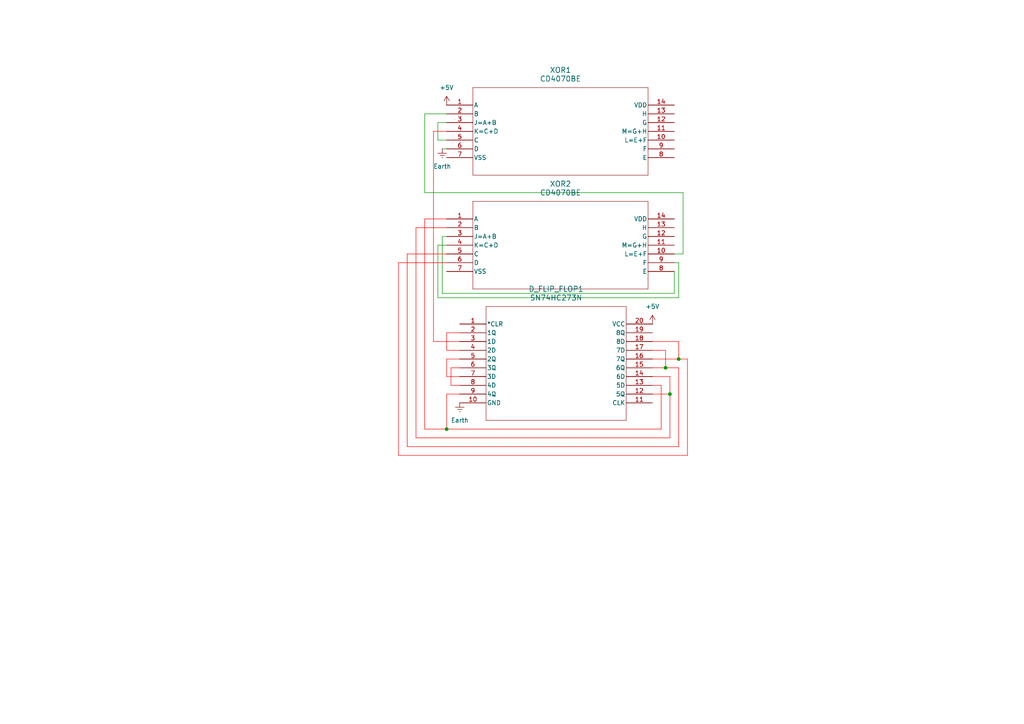
<source format=kicad_sch>
(kicad_sch
	(version 20231120)
	(generator "eeschema")
	(generator_version "8.0")
	(uuid "5382f79c-5391-422b-9836-c531a91b711f")
	(paper "A4")
	(lib_symbols
		(symbol "CD4070BE:CD4070BE"
			(pin_names
				(offset 0.254)
			)
			(exclude_from_sim no)
			(in_bom yes)
			(on_board yes)
			(property "Reference" "U"
				(at 33.02 10.16 0)
				(effects
					(font
						(size 1.524 1.524)
					)
				)
			)
			(property "Value" "CD4070BE"
				(at 33.02 7.62 0)
				(effects
					(font
						(size 1.524 1.524)
					)
				)
			)
			(property "Footprint" "N14"
				(at 0 0 0)
				(effects
					(font
						(size 1.27 1.27)
						(italic yes)
					)
					(hide yes)
				)
			)
			(property "Datasheet" "CD4070BE"
				(at 0 0 0)
				(effects
					(font
						(size 1.27 1.27)
						(italic yes)
					)
					(hide yes)
				)
			)
			(property "Description" ""
				(at 0 0 0)
				(effects
					(font
						(size 1.27 1.27)
					)
					(hide yes)
				)
			)
			(property "ki_locked" ""
				(at 0 0 0)
				(effects
					(font
						(size 1.27 1.27)
					)
				)
			)
			(property "ki_keywords" "CD4070BE"
				(at 0 0 0)
				(effects
					(font
						(size 1.27 1.27)
					)
					(hide yes)
				)
			)
			(property "ki_fp_filters" "N14"
				(at 0 0 0)
				(effects
					(font
						(size 1.27 1.27)
					)
					(hide yes)
				)
			)
			(symbol "CD4070BE_0_1"
				(polyline
					(pts
						(xy 7.62 -20.32) (xy 58.42 -20.32)
					)
					(stroke
						(width 0.127)
						(type default)
					)
					(fill
						(type none)
					)
				)
				(polyline
					(pts
						(xy 7.62 5.08) (xy 7.62 -20.32)
					)
					(stroke
						(width 0.127)
						(type default)
					)
					(fill
						(type none)
					)
				)
				(polyline
					(pts
						(xy 58.42 -20.32) (xy 58.42 5.08)
					)
					(stroke
						(width 0.127)
						(type default)
					)
					(fill
						(type none)
					)
				)
				(polyline
					(pts
						(xy 58.42 5.08) (xy 7.62 5.08)
					)
					(stroke
						(width 0.127)
						(type default)
					)
					(fill
						(type none)
					)
				)
				(pin unspecified line
					(at 0 0 0)
					(length 7.62)
					(name "A"
						(effects
							(font
								(size 1.27 1.27)
							)
						)
					)
					(number "1"
						(effects
							(font
								(size 1.27 1.27)
							)
						)
					)
				)
				(pin unspecified line
					(at 66.04 -10.16 180)
					(length 7.62)
					(name "L=E+F"
						(effects
							(font
								(size 1.27 1.27)
							)
						)
					)
					(number "10"
						(effects
							(font
								(size 1.27 1.27)
							)
						)
					)
				)
				(pin unspecified line
					(at 66.04 -7.62 180)
					(length 7.62)
					(name "M=G+H"
						(effects
							(font
								(size 1.27 1.27)
							)
						)
					)
					(number "11"
						(effects
							(font
								(size 1.27 1.27)
							)
						)
					)
				)
				(pin unspecified line
					(at 66.04 -5.08 180)
					(length 7.62)
					(name "G"
						(effects
							(font
								(size 1.27 1.27)
							)
						)
					)
					(number "12"
						(effects
							(font
								(size 1.27 1.27)
							)
						)
					)
				)
				(pin unspecified line
					(at 66.04 -2.54 180)
					(length 7.62)
					(name "H"
						(effects
							(font
								(size 1.27 1.27)
							)
						)
					)
					(number "13"
						(effects
							(font
								(size 1.27 1.27)
							)
						)
					)
				)
				(pin power_in line
					(at 66.04 0 180)
					(length 7.62)
					(name "VDD"
						(effects
							(font
								(size 1.27 1.27)
							)
						)
					)
					(number "14"
						(effects
							(font
								(size 1.27 1.27)
							)
						)
					)
				)
				(pin unspecified line
					(at 0 -2.54 0)
					(length 7.62)
					(name "B"
						(effects
							(font
								(size 1.27 1.27)
							)
						)
					)
					(number "2"
						(effects
							(font
								(size 1.27 1.27)
							)
						)
					)
				)
				(pin unspecified line
					(at 0 -5.08 0)
					(length 7.62)
					(name "J=A+B"
						(effects
							(font
								(size 1.27 1.27)
							)
						)
					)
					(number "3"
						(effects
							(font
								(size 1.27 1.27)
							)
						)
					)
				)
				(pin unspecified line
					(at 0 -7.62 0)
					(length 7.62)
					(name "K=C+D"
						(effects
							(font
								(size 1.27 1.27)
							)
						)
					)
					(number "4"
						(effects
							(font
								(size 1.27 1.27)
							)
						)
					)
				)
				(pin unspecified line
					(at 0 -10.16 0)
					(length 7.62)
					(name "C"
						(effects
							(font
								(size 1.27 1.27)
							)
						)
					)
					(number "5"
						(effects
							(font
								(size 1.27 1.27)
							)
						)
					)
				)
				(pin unspecified line
					(at 0 -12.7 0)
					(length 7.62)
					(name "D"
						(effects
							(font
								(size 1.27 1.27)
							)
						)
					)
					(number "6"
						(effects
							(font
								(size 1.27 1.27)
							)
						)
					)
				)
				(pin power_in line
					(at 0 -15.24 0)
					(length 7.62)
					(name "VSS"
						(effects
							(font
								(size 1.27 1.27)
							)
						)
					)
					(number "7"
						(effects
							(font
								(size 1.27 1.27)
							)
						)
					)
				)
				(pin unspecified line
					(at 66.04 -15.24 180)
					(length 7.62)
					(name "E"
						(effects
							(font
								(size 1.27 1.27)
							)
						)
					)
					(number "8"
						(effects
							(font
								(size 1.27 1.27)
							)
						)
					)
				)
				(pin unspecified line
					(at 66.04 -12.7 180)
					(length 7.62)
					(name "F"
						(effects
							(font
								(size 1.27 1.27)
							)
						)
					)
					(number "9"
						(effects
							(font
								(size 1.27 1.27)
							)
						)
					)
				)
			)
		)
		(symbol "SN74HC273N:SN74HC273N"
			(pin_names
				(offset 0.254)
			)
			(exclude_from_sim no)
			(in_bom yes)
			(on_board yes)
			(property "Reference" "U"
				(at 27.94 10.16 0)
				(effects
					(font
						(size 1.524 1.524)
					)
				)
			)
			(property "Value" "SN74HC273N"
				(at 27.94 7.62 0)
				(effects
					(font
						(size 1.524 1.524)
					)
				)
			)
			(property "Footprint" "N20"
				(at 0 0 0)
				(effects
					(font
						(size 1.27 1.27)
						(italic yes)
					)
					(hide yes)
				)
			)
			(property "Datasheet" "SN74HC273N"
				(at 0 0 0)
				(effects
					(font
						(size 1.27 1.27)
						(italic yes)
					)
					(hide yes)
				)
			)
			(property "Description" ""
				(at 0 0 0)
				(effects
					(font
						(size 1.27 1.27)
					)
					(hide yes)
				)
			)
			(property "ki_locked" ""
				(at 0 0 0)
				(effects
					(font
						(size 1.27 1.27)
					)
				)
			)
			(property "ki_keywords" "SN74HC273N"
				(at 0 0 0)
				(effects
					(font
						(size 1.27 1.27)
					)
					(hide yes)
				)
			)
			(property "ki_fp_filters" "N20"
				(at 0 0 0)
				(effects
					(font
						(size 1.27 1.27)
					)
					(hide yes)
				)
			)
			(symbol "SN74HC273N_0_1"
				(polyline
					(pts
						(xy 7.62 -27.94) (xy 48.26 -27.94)
					)
					(stroke
						(width 0.127)
						(type default)
					)
					(fill
						(type none)
					)
				)
				(polyline
					(pts
						(xy 7.62 5.08) (xy 7.62 -27.94)
					)
					(stroke
						(width 0.127)
						(type default)
					)
					(fill
						(type none)
					)
				)
				(polyline
					(pts
						(xy 48.26 -27.94) (xy 48.26 5.08)
					)
					(stroke
						(width 0.127)
						(type default)
					)
					(fill
						(type none)
					)
				)
				(polyline
					(pts
						(xy 48.26 5.08) (xy 7.62 5.08)
					)
					(stroke
						(width 0.127)
						(type default)
					)
					(fill
						(type none)
					)
				)
				(pin input line
					(at 0 0 0)
					(length 7.62)
					(name "*CLR"
						(effects
							(font
								(size 1.27 1.27)
							)
						)
					)
					(number "1"
						(effects
							(font
								(size 1.27 1.27)
							)
						)
					)
				)
				(pin power_in line
					(at 0 -22.86 0)
					(length 7.62)
					(name "GND"
						(effects
							(font
								(size 1.27 1.27)
							)
						)
					)
					(number "10"
						(effects
							(font
								(size 1.27 1.27)
							)
						)
					)
				)
				(pin input line
					(at 55.88 -22.86 180)
					(length 7.62)
					(name "CLK"
						(effects
							(font
								(size 1.27 1.27)
							)
						)
					)
					(number "11"
						(effects
							(font
								(size 1.27 1.27)
							)
						)
					)
				)
				(pin output line
					(at 55.88 -20.32 180)
					(length 7.62)
					(name "5Q"
						(effects
							(font
								(size 1.27 1.27)
							)
						)
					)
					(number "12"
						(effects
							(font
								(size 1.27 1.27)
							)
						)
					)
				)
				(pin input line
					(at 55.88 -17.78 180)
					(length 7.62)
					(name "5D"
						(effects
							(font
								(size 1.27 1.27)
							)
						)
					)
					(number "13"
						(effects
							(font
								(size 1.27 1.27)
							)
						)
					)
				)
				(pin input line
					(at 55.88 -15.24 180)
					(length 7.62)
					(name "6D"
						(effects
							(font
								(size 1.27 1.27)
							)
						)
					)
					(number "14"
						(effects
							(font
								(size 1.27 1.27)
							)
						)
					)
				)
				(pin output line
					(at 55.88 -12.7 180)
					(length 7.62)
					(name "6Q"
						(effects
							(font
								(size 1.27 1.27)
							)
						)
					)
					(number "15"
						(effects
							(font
								(size 1.27 1.27)
							)
						)
					)
				)
				(pin output line
					(at 55.88 -10.16 180)
					(length 7.62)
					(name "7Q"
						(effects
							(font
								(size 1.27 1.27)
							)
						)
					)
					(number "16"
						(effects
							(font
								(size 1.27 1.27)
							)
						)
					)
				)
				(pin input line
					(at 55.88 -7.62 180)
					(length 7.62)
					(name "7D"
						(effects
							(font
								(size 1.27 1.27)
							)
						)
					)
					(number "17"
						(effects
							(font
								(size 1.27 1.27)
							)
						)
					)
				)
				(pin input line
					(at 55.88 -5.08 180)
					(length 7.62)
					(name "8D"
						(effects
							(font
								(size 1.27 1.27)
							)
						)
					)
					(number "18"
						(effects
							(font
								(size 1.27 1.27)
							)
						)
					)
				)
				(pin output line
					(at 55.88 -2.54 180)
					(length 7.62)
					(name "8Q"
						(effects
							(font
								(size 1.27 1.27)
							)
						)
					)
					(number "19"
						(effects
							(font
								(size 1.27 1.27)
							)
						)
					)
				)
				(pin output line
					(at 0 -2.54 0)
					(length 7.62)
					(name "1Q"
						(effects
							(font
								(size 1.27 1.27)
							)
						)
					)
					(number "2"
						(effects
							(font
								(size 1.27 1.27)
							)
						)
					)
				)
				(pin power_in line
					(at 55.88 0 180)
					(length 7.62)
					(name "VCC"
						(effects
							(font
								(size 1.27 1.27)
							)
						)
					)
					(number "20"
						(effects
							(font
								(size 1.27 1.27)
							)
						)
					)
				)
				(pin input line
					(at 0 -5.08 0)
					(length 7.62)
					(name "1D"
						(effects
							(font
								(size 1.27 1.27)
							)
						)
					)
					(number "3"
						(effects
							(font
								(size 1.27 1.27)
							)
						)
					)
				)
				(pin input line
					(at 0 -7.62 0)
					(length 7.62)
					(name "2D"
						(effects
							(font
								(size 1.27 1.27)
							)
						)
					)
					(number "4"
						(effects
							(font
								(size 1.27 1.27)
							)
						)
					)
				)
				(pin output line
					(at 0 -10.16 0)
					(length 7.62)
					(name "2Q"
						(effects
							(font
								(size 1.27 1.27)
							)
						)
					)
					(number "5"
						(effects
							(font
								(size 1.27 1.27)
							)
						)
					)
				)
				(pin output line
					(at 0 -12.7 0)
					(length 7.62)
					(name "3Q"
						(effects
							(font
								(size 1.27 1.27)
							)
						)
					)
					(number "6"
						(effects
							(font
								(size 1.27 1.27)
							)
						)
					)
				)
				(pin input line
					(at 0 -15.24 0)
					(length 7.62)
					(name "3D"
						(effects
							(font
								(size 1.27 1.27)
							)
						)
					)
					(number "7"
						(effects
							(font
								(size 1.27 1.27)
							)
						)
					)
				)
				(pin input line
					(at 0 -17.78 0)
					(length 7.62)
					(name "4D"
						(effects
							(font
								(size 1.27 1.27)
							)
						)
					)
					(number "8"
						(effects
							(font
								(size 1.27 1.27)
							)
						)
					)
				)
				(pin output line
					(at 0 -20.32 0)
					(length 7.62)
					(name "4Q"
						(effects
							(font
								(size 1.27 1.27)
							)
						)
					)
					(number "9"
						(effects
							(font
								(size 1.27 1.27)
							)
						)
					)
				)
			)
		)
		(symbol "power:+5V"
			(power)
			(pin_numbers hide)
			(pin_names
				(offset 0) hide)
			(exclude_from_sim no)
			(in_bom yes)
			(on_board yes)
			(property "Reference" "#PWR"
				(at 0 -3.81 0)
				(effects
					(font
						(size 1.27 1.27)
					)
					(hide yes)
				)
			)
			(property "Value" "+5V"
				(at 0 3.556 0)
				(effects
					(font
						(size 1.27 1.27)
					)
				)
			)
			(property "Footprint" ""
				(at 0 0 0)
				(effects
					(font
						(size 1.27 1.27)
					)
					(hide yes)
				)
			)
			(property "Datasheet" ""
				(at 0 0 0)
				(effects
					(font
						(size 1.27 1.27)
					)
					(hide yes)
				)
			)
			(property "Description" "Power symbol creates a global label with name \"+5V\""
				(at 0 0 0)
				(effects
					(font
						(size 1.27 1.27)
					)
					(hide yes)
				)
			)
			(property "ki_keywords" "global power"
				(at 0 0 0)
				(effects
					(font
						(size 1.27 1.27)
					)
					(hide yes)
				)
			)
			(symbol "+5V_0_1"
				(polyline
					(pts
						(xy -0.762 1.27) (xy 0 2.54)
					)
					(stroke
						(width 0)
						(type default)
					)
					(fill
						(type none)
					)
				)
				(polyline
					(pts
						(xy 0 0) (xy 0 2.54)
					)
					(stroke
						(width 0)
						(type default)
					)
					(fill
						(type none)
					)
				)
				(polyline
					(pts
						(xy 0 2.54) (xy 0.762 1.27)
					)
					(stroke
						(width 0)
						(type default)
					)
					(fill
						(type none)
					)
				)
			)
			(symbol "+5V_1_1"
				(pin power_in line
					(at 0 0 90)
					(length 0)
					(name "~"
						(effects
							(font
								(size 1.27 1.27)
							)
						)
					)
					(number "1"
						(effects
							(font
								(size 1.27 1.27)
							)
						)
					)
				)
			)
		)
		(symbol "power:Earth"
			(power)
			(pin_numbers hide)
			(pin_names
				(offset 0) hide)
			(exclude_from_sim no)
			(in_bom yes)
			(on_board yes)
			(property "Reference" "#PWR"
				(at 0 -6.35 0)
				(effects
					(font
						(size 1.27 1.27)
					)
					(hide yes)
				)
			)
			(property "Value" "Earth"
				(at 0 -3.81 0)
				(effects
					(font
						(size 1.27 1.27)
					)
				)
			)
			(property "Footprint" ""
				(at 0 0 0)
				(effects
					(font
						(size 1.27 1.27)
					)
					(hide yes)
				)
			)
			(property "Datasheet" "~"
				(at 0 0 0)
				(effects
					(font
						(size 1.27 1.27)
					)
					(hide yes)
				)
			)
			(property "Description" "Power symbol creates a global label with name \"Earth\""
				(at 0 0 0)
				(effects
					(font
						(size 1.27 1.27)
					)
					(hide yes)
				)
			)
			(property "ki_keywords" "global ground gnd"
				(at 0 0 0)
				(effects
					(font
						(size 1.27 1.27)
					)
					(hide yes)
				)
			)
			(symbol "Earth_0_1"
				(polyline
					(pts
						(xy -0.635 -1.905) (xy 0.635 -1.905)
					)
					(stroke
						(width 0)
						(type default)
					)
					(fill
						(type none)
					)
				)
				(polyline
					(pts
						(xy -0.127 -2.54) (xy 0.127 -2.54)
					)
					(stroke
						(width 0)
						(type default)
					)
					(fill
						(type none)
					)
				)
				(polyline
					(pts
						(xy 0 -1.27) (xy 0 0)
					)
					(stroke
						(width 0)
						(type default)
					)
					(fill
						(type none)
					)
				)
				(polyline
					(pts
						(xy 1.27 -1.27) (xy -1.27 -1.27)
					)
					(stroke
						(width 0)
						(type default)
					)
					(fill
						(type none)
					)
				)
			)
			(symbol "Earth_1_1"
				(pin power_in line
					(at 0 0 270)
					(length 0)
					(name "~"
						(effects
							(font
								(size 1.27 1.27)
							)
						)
					)
					(number "1"
						(effects
							(font
								(size 1.27 1.27)
							)
						)
					)
				)
			)
		)
	)
	(junction
		(at 194.31 114.3)
		(diameter 0)
		(color 0 0 0 0)
		(uuid "2e6d5746-2380-4e50-b3bc-7415431f9e11")
	)
	(junction
		(at 193.04 106.68)
		(diameter 0)
		(color 0 0 0 0)
		(uuid "9321a069-e97f-4f37-ae7e-af33f85cbb8b")
	)
	(junction
		(at 196.85 104.14)
		(diameter 0)
		(color 0 0 0 0)
		(uuid "a4da7bc5-3976-4f20-aa47-4c402c423f27")
	)
	(junction
		(at 129.54 124.46)
		(diameter 0)
		(color 0 0 0 0)
		(uuid "f1cac097-2ba3-49e6-9aea-6b73ed37a8da")
	)
	(wire
		(pts
			(xy 189.23 104.14) (xy 196.85 104.14)
		)
		(stroke
			(width 0)
			(type default)
			(color 255 0 0 1)
		)
		(uuid "01665489-92ff-4671-a452-3ab11afaa7f0")
	)
	(wire
		(pts
			(xy 198.12 73.66) (xy 198.12 55.88)
		)
		(stroke
			(width 0)
			(type default)
		)
		(uuid "0169c0b8-cfd0-423c-8eb7-11d11017c602")
	)
	(wire
		(pts
			(xy 133.35 104.14) (xy 129.54 104.14)
		)
		(stroke
			(width 0)
			(type default)
			(color 255 0 0 1)
		)
		(uuid "097ac3ed-ba69-403c-957e-d7017b5a6a83")
	)
	(wire
		(pts
			(xy 194.31 127) (xy 120.65 127)
		)
		(stroke
			(width 0)
			(type default)
			(color 255 0 0 1)
		)
		(uuid "0fb9bc3e-d657-4b3c-95bb-6fa2476a25aa")
	)
	(wire
		(pts
			(xy 118.11 73.66) (xy 129.54 73.66)
		)
		(stroke
			(width 0)
			(type default)
			(color 255 0 0 1)
		)
		(uuid "15c09361-e1ef-491c-916d-bfd3fdfa3373")
	)
	(wire
		(pts
			(xy 193.04 106.68) (xy 193.04 101.6)
		)
		(stroke
			(width 0)
			(type default)
			(color 255 0 0 1)
		)
		(uuid "1c46acda-168e-4c81-831d-91b812d09099")
	)
	(wire
		(pts
			(xy 196.85 129.54) (xy 118.11 129.54)
		)
		(stroke
			(width 0)
			(type default)
			(color 255 0 0 1)
		)
		(uuid "205f5b10-998e-4d10-842f-f2daa3ded6c2")
	)
	(wire
		(pts
			(xy 196.85 99.06) (xy 189.23 99.06)
		)
		(stroke
			(width 0)
			(type default)
			(color 255 0 0 1)
		)
		(uuid "22ac7d5c-793d-41e2-8473-b91c5c9e9152")
	)
	(wire
		(pts
			(xy 195.58 85.09) (xy 195.58 78.74)
		)
		(stroke
			(width 0)
			(type default)
		)
		(uuid "25bda8bd-51f2-4418-b36b-ff94cb85c7a3")
	)
	(wire
		(pts
			(xy 133.35 114.3) (xy 129.54 114.3)
		)
		(stroke
			(width 0)
			(type default)
			(color 255 0 0 1)
		)
		(uuid "26a7ef59-f2c3-4426-942b-cb84a721be7a")
	)
	(wire
		(pts
			(xy 127 71.12) (xy 127 86.36)
		)
		(stroke
			(width 0)
			(type default)
		)
		(uuid "2735bbb8-c310-424f-a066-049d6da514ef")
	)
	(wire
		(pts
			(xy 115.57 132.08) (xy 115.57 76.2)
		)
		(stroke
			(width 0)
			(type default)
			(color 255 0 0 1)
		)
		(uuid "276d0b2d-d58d-4f17-a713-4d824801f3ae")
	)
	(wire
		(pts
			(xy 123.19 124.46) (xy 129.54 124.46)
		)
		(stroke
			(width 0)
			(type default)
			(color 255 0 0 1)
		)
		(uuid "27d9e38c-8c20-43f0-a066-6bf6fdeff332")
	)
	(wire
		(pts
			(xy 189.23 114.3) (xy 194.31 114.3)
		)
		(stroke
			(width 0)
			(type default)
			(color 255 0 0 1)
		)
		(uuid "2dd50ae2-f032-43ae-9242-a0b695e0e6d7")
	)
	(wire
		(pts
			(xy 129.54 101.6) (xy 133.35 101.6)
		)
		(stroke
			(width 0)
			(type default)
			(color 255 0 0 1)
		)
		(uuid "3181336d-4824-49fc-8d7e-081333916d05")
	)
	(wire
		(pts
			(xy 195.58 73.66) (xy 198.12 73.66)
		)
		(stroke
			(width 0)
			(type default)
		)
		(uuid "322d651a-fbb2-47b6-8dd1-a42b2f1a8829")
	)
	(wire
		(pts
			(xy 127 40.64) (xy 129.54 40.64)
		)
		(stroke
			(width 0)
			(type default)
		)
		(uuid "3352b7ba-bc02-437a-98ed-9966dc637497")
	)
	(wire
		(pts
			(xy 127 35.56) (xy 127 40.64)
		)
		(stroke
			(width 0)
			(type default)
		)
		(uuid "487e77c6-73bf-4b4a-92d9-82aa9d62979b")
	)
	(wire
		(pts
			(xy 123.19 63.5) (xy 129.54 63.5)
		)
		(stroke
			(width 0)
			(type default)
			(color 255 0 0 1)
		)
		(uuid "4be5b264-e8a7-4a6f-b161-9dbcfcf2b907")
	)
	(wire
		(pts
			(xy 123.19 63.5) (xy 123.19 124.46)
		)
		(stroke
			(width 0)
			(type default)
			(color 255 0 0 1)
		)
		(uuid "4c802685-f21d-4d54-8536-4a0525a706ed")
	)
	(wire
		(pts
			(xy 129.54 114.3) (xy 129.54 124.46)
		)
		(stroke
			(width 0)
			(type default)
			(color 255 0 0 1)
		)
		(uuid "4f1ebfd0-b58a-45f3-971d-f0c0b0665c31")
	)
	(wire
		(pts
			(xy 120.65 127) (xy 120.65 66.04)
		)
		(stroke
			(width 0)
			(type default)
			(color 255 0 0 1)
		)
		(uuid "502371a0-91bc-4cb2-b6ae-73ddee1a9fc7")
	)
	(wire
		(pts
			(xy 127 71.12) (xy 129.54 71.12)
		)
		(stroke
			(width 0)
			(type default)
		)
		(uuid "531929fe-0206-427b-ac92-7d980e70ce84")
	)
	(wire
		(pts
			(xy 193.04 106.68) (xy 196.85 106.68)
		)
		(stroke
			(width 0)
			(type default)
			(color 255 0 0 1)
		)
		(uuid "5341adca-1363-4cb9-8376-35ac8af0c776")
	)
	(wire
		(pts
			(xy 191.77 111.76) (xy 189.23 111.76)
		)
		(stroke
			(width 0)
			(type default)
			(color 255 0 0 1)
		)
		(uuid "5605cc18-39c9-42bf-98c3-8cd626d53cf1")
	)
	(wire
		(pts
			(xy 133.35 106.68) (xy 130.81 106.68)
		)
		(stroke
			(width 0)
			(type default)
			(color 255 0 0 1)
		)
		(uuid "5bb2344e-b824-4546-8fea-e80ac3c23c95")
	)
	(wire
		(pts
			(xy 128.27 68.58) (xy 128.27 85.09)
		)
		(stroke
			(width 0)
			(type default)
		)
		(uuid "5f45131f-2592-41cf-acec-d6d8d2ea4a9f")
	)
	(wire
		(pts
			(xy 199.39 104.14) (xy 199.39 132.08)
		)
		(stroke
			(width 0)
			(type default)
			(color 255 0 0 1)
		)
		(uuid "63fdbc87-a8fa-4ef6-90ce-dd9083441220")
	)
	(wire
		(pts
			(xy 129.54 104.14) (xy 129.54 109.22)
		)
		(stroke
			(width 0)
			(type default)
			(color 255 0 0 1)
		)
		(uuid "68da68c4-3081-479d-875c-783ec298f576")
	)
	(wire
		(pts
			(xy 194.31 109.22) (xy 189.23 109.22)
		)
		(stroke
			(width 0)
			(type default)
			(color 255 0 0 1)
		)
		(uuid "6a3ead6e-6294-44aa-834a-a3f37fb71cef")
	)
	(wire
		(pts
			(xy 191.77 124.46) (xy 191.77 111.76)
		)
		(stroke
			(width 0)
			(type default)
			(color 255 0 0 1)
		)
		(uuid "6bce3cd4-4017-43fb-9865-66a1ddec7407")
	)
	(wire
		(pts
			(xy 130.81 106.68) (xy 130.81 111.76)
		)
		(stroke
			(width 0)
			(type default)
			(color 255 0 0 1)
		)
		(uuid "6c1c3aaf-cce7-4397-b6c9-b04675e82a4e")
	)
	(wire
		(pts
			(xy 196.85 104.14) (xy 199.39 104.14)
		)
		(stroke
			(width 0)
			(type default)
			(color 255 0 0 1)
		)
		(uuid "6d2c595a-d5e2-421b-8a77-2c1f43e6e885")
	)
	(wire
		(pts
			(xy 120.65 66.04) (xy 129.54 66.04)
		)
		(stroke
			(width 0)
			(type default)
			(color 255 0 0 1)
		)
		(uuid "742fa68d-4d19-4b04-adfe-f3085e363f8e")
	)
	(wire
		(pts
			(xy 125.73 99.06) (xy 133.35 99.06)
		)
		(stroke
			(width 0)
			(type default)
			(color 255 0 0 1)
		)
		(uuid "7e7bf361-533d-4469-a182-93bf8807be9d")
	)
	(wire
		(pts
			(xy 125.73 38.1) (xy 129.54 38.1)
		)
		(stroke
			(width 0)
			(type default)
			(color 255 0 0 1)
		)
		(uuid "8f89f0bc-f4da-4209-abb3-bebe3a304f07")
	)
	(wire
		(pts
			(xy 127 86.36) (xy 196.85 86.36)
		)
		(stroke
			(width 0)
			(type default)
		)
		(uuid "926881c6-b2c8-47fe-9bce-72451ba78335")
	)
	(wire
		(pts
			(xy 193.04 101.6) (xy 189.23 101.6)
		)
		(stroke
			(width 0)
			(type default)
			(color 255 0 0 1)
		)
		(uuid "94cff380-3607-4ec7-88d6-40cece4f78be")
	)
	(wire
		(pts
			(xy 196.85 76.2) (xy 195.58 76.2)
		)
		(stroke
			(width 0)
			(type default)
		)
		(uuid "960a614f-10de-439b-99f9-998b3ee2cb93")
	)
	(wire
		(pts
			(xy 194.31 114.3) (xy 194.31 109.22)
		)
		(stroke
			(width 0)
			(type default)
			(color 255 0 0 1)
		)
		(uuid "9c3ebd0d-b39c-434f-a276-d06ab8d2e57e")
	)
	(wire
		(pts
			(xy 128.27 85.09) (xy 195.58 85.09)
		)
		(stroke
			(width 0)
			(type default)
		)
		(uuid "9fd13266-8edb-4376-afed-4027fed038ca")
	)
	(wire
		(pts
			(xy 115.57 76.2) (xy 129.54 76.2)
		)
		(stroke
			(width 0)
			(type default)
			(color 255 0 0 1)
		)
		(uuid "a1a472a4-1dbf-434b-b837-e24f22728404")
	)
	(wire
		(pts
			(xy 129.54 35.56) (xy 127 35.56)
		)
		(stroke
			(width 0)
			(type default)
		)
		(uuid "a6fb1cae-936d-4d1b-96df-9e936c747b27")
	)
	(wire
		(pts
			(xy 196.85 104.14) (xy 196.85 99.06)
		)
		(stroke
			(width 0)
			(type default)
			(color 255 0 0 1)
		)
		(uuid "ad3cff38-2907-40fa-b2f6-c6c999004b94")
	)
	(wire
		(pts
			(xy 125.73 38.1) (xy 125.73 99.06)
		)
		(stroke
			(width 0)
			(type default)
			(color 255 0 0 1)
		)
		(uuid "ad985e18-5977-4114-84f5-7ddb18ada254")
	)
	(wire
		(pts
			(xy 130.81 111.76) (xy 133.35 111.76)
		)
		(stroke
			(width 0)
			(type default)
			(color 255 0 0 1)
		)
		(uuid "b04b2631-f0c3-49c2-a45b-90b9a5ea94f9")
	)
	(wire
		(pts
			(xy 199.39 132.08) (xy 115.57 132.08)
		)
		(stroke
			(width 0)
			(type default)
			(color 255 0 0 1)
		)
		(uuid "b2fbae80-e38b-4f30-94e9-2630a893f2a3")
	)
	(wire
		(pts
			(xy 133.35 96.52) (xy 129.54 96.52)
		)
		(stroke
			(width 0)
			(type default)
			(color 255 0 0 1)
		)
		(uuid "b755fd28-aef6-41e0-932b-494ab420d47a")
	)
	(wire
		(pts
			(xy 194.31 114.3) (xy 194.31 127)
		)
		(stroke
			(width 0)
			(type default)
			(color 255 0 0 1)
		)
		(uuid "bc7bf97d-792c-45aa-b569-d209bf37f6a0")
	)
	(wire
		(pts
			(xy 129.54 124.46) (xy 191.77 124.46)
		)
		(stroke
			(width 0)
			(type default)
			(color 255 0 0 1)
		)
		(uuid "c1ed7390-ba1b-4bdf-a3e9-5f1f739dfc61")
	)
	(wire
		(pts
			(xy 128.27 43.18) (xy 129.54 43.18)
		)
		(stroke
			(width 0)
			(type default)
		)
		(uuid "c886b7a5-5521-417b-8391-c36db91b5111")
	)
	(wire
		(pts
			(xy 189.23 106.68) (xy 193.04 106.68)
		)
		(stroke
			(width 0)
			(type default)
			(color 255 0 0 1)
		)
		(uuid "c8f836be-85c7-4a2d-a021-7f7974bfa5ce")
	)
	(wire
		(pts
			(xy 196.85 106.68) (xy 196.85 129.54)
		)
		(stroke
			(width 0)
			(type default)
			(color 255 0 0 1)
		)
		(uuid "ca0211c1-df13-48e2-bbf3-9f94a08cce9d")
	)
	(wire
		(pts
			(xy 123.19 33.02) (xy 129.54 33.02)
		)
		(stroke
			(width 0)
			(type default)
		)
		(uuid "cff3d0fb-ddeb-4c10-b52c-a9f7fecd7f43")
	)
	(wire
		(pts
			(xy 196.85 86.36) (xy 196.85 76.2)
		)
		(stroke
			(width 0)
			(type default)
		)
		(uuid "d03f721a-2d5d-4eb1-b565-2c384b3ce88c")
	)
	(wire
		(pts
			(xy 198.12 55.88) (xy 123.19 55.88)
		)
		(stroke
			(width 0)
			(type default)
		)
		(uuid "d2096949-7945-4ec5-8314-2855d47d5847")
	)
	(wire
		(pts
			(xy 129.54 96.52) (xy 129.54 101.6)
		)
		(stroke
			(width 0)
			(type default)
			(color 255 0 0 1)
		)
		(uuid "e0877b1b-9205-4872-8f4e-ceaf26a321c1")
	)
	(wire
		(pts
			(xy 129.54 68.58) (xy 128.27 68.58)
		)
		(stroke
			(width 0)
			(type default)
		)
		(uuid "eb9627eb-d176-4035-a30f-a0325dee7a0f")
	)
	(wire
		(pts
			(xy 123.19 55.88) (xy 123.19 33.02)
		)
		(stroke
			(width 0)
			(type default)
		)
		(uuid "efbcb790-f6ef-4874-a282-43bcc22314c9")
	)
	(wire
		(pts
			(xy 118.11 129.54) (xy 118.11 73.66)
		)
		(stroke
			(width 0)
			(type default)
			(color 255 0 0 1)
		)
		(uuid "f610bc43-9a49-4caf-9ea2-cb30700a3b6f")
	)
	(wire
		(pts
			(xy 129.54 109.22) (xy 133.35 109.22)
		)
		(stroke
			(width 0)
			(type default)
			(color 255 0 0 1)
		)
		(uuid "f8680df5-6e99-4c19-93c0-27ffcd4ac494")
	)
	(symbol
		(lib_id "SN74HC273N:SN74HC273N")
		(at 133.35 93.98 0)
		(unit 1)
		(exclude_from_sim no)
		(in_bom yes)
		(on_board yes)
		(dnp no)
		(fields_autoplaced yes)
		(uuid "156742b6-e159-43b7-b728-559de06961d6")
		(property "Reference" "D_FLIP_FLOP1"
			(at 161.29 83.82 0)
			(effects
				(font
					(size 1.524 1.524)
				)
			)
		)
		(property "Value" "SN74HC273N"
			(at 161.29 86.36 0)
			(effects
				(font
					(size 1.524 1.524)
				)
			)
		)
		(property "Footprint" "N20"
			(at 133.35 93.98 0)
			(effects
				(font
					(size 1.27 1.27)
					(italic yes)
				)
				(hide yes)
			)
		)
		(property "Datasheet" "SN74HC273N"
			(at 133.35 93.98 0)
			(effects
				(font
					(size 1.27 1.27)
					(italic yes)
				)
				(hide yes)
			)
		)
		(property "Description" ""
			(at 133.35 93.98 0)
			(effects
				(font
					(size 1.27 1.27)
				)
				(hide yes)
			)
		)
		(pin "4"
			(uuid "38379007-f073-4feb-8c0e-e4706076a06d")
		)
		(pin "16"
			(uuid "ad9e1b8c-084a-4be7-accb-d8b1a835a00a")
		)
		(pin "12"
			(uuid "2a22a765-7dcb-4036-b9cd-b45cbf4e2833")
		)
		(pin "7"
			(uuid "f279c7b1-e98d-4fde-9338-a4b3fd3ba62d")
		)
		(pin "20"
			(uuid "8e4e3da4-bd9e-41ec-a816-8dcfef7e41d2")
		)
		(pin "10"
			(uuid "fda765be-539b-46c8-84ca-2e82a6627ce1")
		)
		(pin "5"
			(uuid "6ca4e77b-bb00-4f85-a81b-c0327be25dad")
		)
		(pin "11"
			(uuid "b001f6d8-45c6-486c-bfda-7a11d2cc6244")
		)
		(pin "18"
			(uuid "944d1935-2b2f-4687-bc76-e019ed567203")
		)
		(pin "9"
			(uuid "5021aab9-78a2-4148-b02f-cdbc60be135c")
		)
		(pin "14"
			(uuid "47a8cc08-5085-412f-b581-3646573ef866")
		)
		(pin "15"
			(uuid "6d8885d0-5c30-485a-be99-97bf2804c05e")
		)
		(pin "1"
			(uuid "4649affa-c8c1-4d95-8624-dffed02d64e8")
		)
		(pin "6"
			(uuid "da14e5e7-baca-45c4-9eb2-4270cc3d2c06")
		)
		(pin "13"
			(uuid "1f445ca4-82f5-4a2f-973c-63a90b9499d8")
		)
		(pin "2"
			(uuid "f1e07962-df6f-456b-910f-7406ff188070")
		)
		(pin "19"
			(uuid "73a10053-f28c-41a5-be2c-ad19e6f6ec8c")
		)
		(pin "3"
			(uuid "f95ed7e1-345c-41eb-a6e6-91777a13c1be")
		)
		(pin "8"
			(uuid "0e55b31d-8001-40b7-a79f-ef41105d8808")
		)
		(pin "17"
			(uuid "c1cf7ff2-b4a9-409e-8268-8f2b15b15c28")
		)
		(instances
			(project "lfsr"
				(path "/5382f79c-5391-422b-9836-c531a91b711f"
					(reference "D_FLIP_FLOP1")
					(unit 1)
				)
			)
		)
	)
	(symbol
		(lib_id "power:+5V")
		(at 129.54 30.48 0)
		(unit 1)
		(exclude_from_sim no)
		(in_bom yes)
		(on_board yes)
		(dnp no)
		(fields_autoplaced yes)
		(uuid "21f9a91f-59a5-42af-ae65-18149eee9734")
		(property "Reference" "#PWR01"
			(at 129.54 34.29 0)
			(effects
				(font
					(size 1.27 1.27)
				)
				(hide yes)
			)
		)
		(property "Value" "+5V"
			(at 129.54 25.4 0)
			(effects
				(font
					(size 1.27 1.27)
				)
			)
		)
		(property "Footprint" ""
			(at 129.54 30.48 0)
			(effects
				(font
					(size 1.27 1.27)
				)
				(hide yes)
			)
		)
		(property "Datasheet" ""
			(at 129.54 30.48 0)
			(effects
				(font
					(size 1.27 1.27)
				)
				(hide yes)
			)
		)
		(property "Description" "Power symbol creates a global label with name \"+5V\""
			(at 129.54 30.48 0)
			(effects
				(font
					(size 1.27 1.27)
				)
				(hide yes)
			)
		)
		(pin "1"
			(uuid "ac023e73-16ae-4f50-8797-3c4919e5b5ef")
		)
		(instances
			(project "lfsr"
				(path "/5382f79c-5391-422b-9836-c531a91b711f"
					(reference "#PWR01")
					(unit 1)
				)
			)
		)
	)
	(symbol
		(lib_id "CD4070BE:CD4070BE")
		(at 129.54 63.5 0)
		(unit 1)
		(exclude_from_sim no)
		(in_bom yes)
		(on_board yes)
		(dnp no)
		(uuid "31bca52d-26dd-4c4b-aba1-6bec71acd961")
		(property "Reference" "XOR2"
			(at 162.56 53.34 0)
			(effects
				(font
					(size 1.524 1.524)
				)
			)
		)
		(property "Value" "CD4070BE"
			(at 162.56 55.88 0)
			(effects
				(font
					(size 1.524 1.524)
				)
			)
		)
		(property "Footprint" "N14"
			(at 129.54 63.5 0)
			(effects
				(font
					(size 1.27 1.27)
					(italic yes)
				)
				(hide yes)
			)
		)
		(property "Datasheet" "CD4070BE"
			(at 129.54 63.5 0)
			(effects
				(font
					(size 1.27 1.27)
					(italic yes)
				)
				(hide yes)
			)
		)
		(property "Description" ""
			(at 129.54 63.5 0)
			(effects
				(font
					(size 1.27 1.27)
				)
				(hide yes)
			)
		)
		(pin "9"
			(uuid "a15ba4bb-d904-4b2d-a11f-89a702617e32")
		)
		(pin "3"
			(uuid "fecc55fa-897a-497b-b529-1c9c6fc21d2c")
		)
		(pin "1"
			(uuid "4f0b4d58-c536-498e-a78b-c99a9deac81e")
		)
		(pin "5"
			(uuid "290f12f0-cbe7-4aec-95a9-2c1b166d1dc0")
		)
		(pin "11"
			(uuid "27e02ad3-ac06-4743-a4c0-339a90c1903b")
		)
		(pin "10"
			(uuid "15970d0e-bb35-4be4-9873-9924b8ef97d3")
		)
		(pin "12"
			(uuid "28172199-bf20-4802-a7ae-89ca3d0c515c")
		)
		(pin "13"
			(uuid "079205de-fb62-45c8-a0a9-99f904605040")
		)
		(pin "14"
			(uuid "137cd743-9f8e-4d01-945c-d90a823e403a")
		)
		(pin "2"
			(uuid "f3c4c880-a8ef-43cc-b635-e67a80797fdf")
		)
		(pin "4"
			(uuid "f3d3361e-f2c8-449e-a0a5-0b4b399ef10a")
		)
		(pin "6"
			(uuid "87a6d170-43e2-4a05-a7eb-27a8181dedda")
		)
		(pin "7"
			(uuid "90e2cc41-a161-49c2-8634-8b2d492c5b23")
		)
		(pin "8"
			(uuid "c83a81b8-f73e-4e1e-8dd6-9e70ce447031")
		)
		(instances
			(project "lfsr"
				(path "/5382f79c-5391-422b-9836-c531a91b711f"
					(reference "XOR2")
					(unit 1)
				)
			)
		)
	)
	(symbol
		(lib_id "power:Earth")
		(at 133.35 116.84 0)
		(unit 1)
		(exclude_from_sim no)
		(in_bom yes)
		(on_board yes)
		(dnp no)
		(fields_autoplaced yes)
		(uuid "578972e5-826f-410c-bd00-83a5addb32d4")
		(property "Reference" "#PWR04"
			(at 133.35 123.19 0)
			(effects
				(font
					(size 1.27 1.27)
				)
				(hide yes)
			)
		)
		(property "Value" "Earth"
			(at 133.35 121.92 0)
			(effects
				(font
					(size 1.27 1.27)
				)
			)
		)
		(property "Footprint" ""
			(at 133.35 116.84 0)
			(effects
				(font
					(size 1.27 1.27)
				)
				(hide yes)
			)
		)
		(property "Datasheet" "~"
			(at 133.35 116.84 0)
			(effects
				(font
					(size 1.27 1.27)
				)
				(hide yes)
			)
		)
		(property "Description" "Power symbol creates a global label with name \"Earth\""
			(at 133.35 116.84 0)
			(effects
				(font
					(size 1.27 1.27)
				)
				(hide yes)
			)
		)
		(pin "1"
			(uuid "3786efac-959c-47dc-b042-d8e628b1d25d")
		)
		(instances
			(project "lfsr"
				(path "/5382f79c-5391-422b-9836-c531a91b711f"
					(reference "#PWR04")
					(unit 1)
				)
			)
		)
	)
	(symbol
		(lib_id "power:Earth")
		(at 128.27 43.18 0)
		(unit 1)
		(exclude_from_sim no)
		(in_bom yes)
		(on_board yes)
		(dnp no)
		(fields_autoplaced yes)
		(uuid "62eb2aa0-2b64-4b19-8ad7-3351ae0098da")
		(property "Reference" "#PWR02"
			(at 128.27 49.53 0)
			(effects
				(font
					(size 1.27 1.27)
				)
				(hide yes)
			)
		)
		(property "Value" "Earth"
			(at 128.27 48.26 0)
			(effects
				(font
					(size 1.27 1.27)
				)
			)
		)
		(property "Footprint" ""
			(at 128.27 43.18 0)
			(effects
				(font
					(size 1.27 1.27)
				)
				(hide yes)
			)
		)
		(property "Datasheet" "~"
			(at 128.27 43.18 0)
			(effects
				(font
					(size 1.27 1.27)
				)
				(hide yes)
			)
		)
		(property "Description" "Power symbol creates a global label with name \"Earth\""
			(at 128.27 43.18 0)
			(effects
				(font
					(size 1.27 1.27)
				)
				(hide yes)
			)
		)
		(pin "1"
			(uuid "0fab1984-d40c-4ddb-b6dd-bff9b0f2ba47")
		)
		(instances
			(project "lfsr"
				(path "/5382f79c-5391-422b-9836-c531a91b711f"
					(reference "#PWR02")
					(unit 1)
				)
			)
		)
	)
	(symbol
		(lib_id "CD4070BE:CD4070BE")
		(at 129.54 30.48 0)
		(unit 1)
		(exclude_from_sim no)
		(in_bom yes)
		(on_board yes)
		(dnp no)
		(fields_autoplaced yes)
		(uuid "6b44caff-13fa-4665-b191-c30e00dfabd0")
		(property "Reference" "XOR1"
			(at 162.56 20.32 0)
			(effects
				(font
					(size 1.524 1.524)
				)
			)
		)
		(property "Value" "CD4070BE"
			(at 162.56 22.86 0)
			(effects
				(font
					(size 1.524 1.524)
				)
			)
		)
		(property "Footprint" "N14"
			(at 129.54 30.48 0)
			(effects
				(font
					(size 1.27 1.27)
					(italic yes)
				)
				(hide yes)
			)
		)
		(property "Datasheet" "CD4070BE"
			(at 129.54 30.48 0)
			(effects
				(font
					(size 1.27 1.27)
					(italic yes)
				)
				(hide yes)
			)
		)
		(property "Description" ""
			(at 129.54 30.48 0)
			(effects
				(font
					(size 1.27 1.27)
				)
				(hide yes)
			)
		)
		(pin "9"
			(uuid "529c3689-4a95-4371-8a2c-e922359b6587")
		)
		(pin "3"
			(uuid "5d5e2b56-6df1-48d3-a22d-7434a8734980")
		)
		(pin "1"
			(uuid "a0c0523f-ecf6-42f1-9c86-057683676070")
		)
		(pin "5"
			(uuid "9b6f9985-3af0-41de-b09b-81ee87001742")
		)
		(pin "11"
			(uuid "150154bf-725a-48d8-b59d-21a27f484c20")
		)
		(pin "10"
			(uuid "b2bae2d9-f249-4a92-b396-ef23846069b9")
		)
		(pin "12"
			(uuid "fe7a1201-bf3a-45ba-a6b9-f214c7ef3ff1")
		)
		(pin "13"
			(uuid "60f25954-224a-44d6-9944-c1aec207e93e")
		)
		(pin "14"
			(uuid "c016dcf6-02b2-4e76-9888-2b80d3afcd61")
		)
		(pin "2"
			(uuid "852bcfdd-d8c9-46f1-a9e1-5bf87c8bcf23")
		)
		(pin "4"
			(uuid "fd342d38-b5c9-4d63-b574-4e09fe15842a")
		)
		(pin "6"
			(uuid "f5d5dd18-25f0-4429-bf1e-0c002f91d9aa")
		)
		(pin "7"
			(uuid "2279706c-45d9-4254-b51c-125de22d67ad")
		)
		(pin "8"
			(uuid "6e2579fa-845f-47d4-be5d-986c8a5d8bdd")
		)
		(instances
			(project "lfsr"
				(path "/5382f79c-5391-422b-9836-c531a91b711f"
					(reference "XOR1")
					(unit 1)
				)
			)
		)
	)
	(symbol
		(lib_id "power:+5V")
		(at 189.23 93.98 0)
		(unit 1)
		(exclude_from_sim no)
		(in_bom yes)
		(on_board yes)
		(dnp no)
		(fields_autoplaced yes)
		(uuid "86e05a44-765e-4a4b-8c9d-5863b6029327")
		(property "Reference" "#PWR03"
			(at 189.23 97.79 0)
			(effects
				(font
					(size 1.27 1.27)
				)
				(hide yes)
			)
		)
		(property "Value" "+5V"
			(at 189.23 88.9 0)
			(effects
				(font
					(size 1.27 1.27)
				)
			)
		)
		(property "Footprint" ""
			(at 189.23 93.98 0)
			(effects
				(font
					(size 1.27 1.27)
				)
				(hide yes)
			)
		)
		(property "Datasheet" ""
			(at 189.23 93.98 0)
			(effects
				(font
					(size 1.27 1.27)
				)
				(hide yes)
			)
		)
		(property "Description" "Power symbol creates a global label with name \"+5V\""
			(at 189.23 93.98 0)
			(effects
				(font
					(size 1.27 1.27)
				)
				(hide yes)
			)
		)
		(pin "1"
			(uuid "df862cd9-7a51-4d8f-8abb-e1b35711a294")
		)
		(instances
			(project "lfsr"
				(path "/5382f79c-5391-422b-9836-c531a91b711f"
					(reference "#PWR03")
					(unit 1)
				)
			)
		)
	)
	(sheet_instances
		(path "/"
			(page "1")
		)
	)
)
</source>
